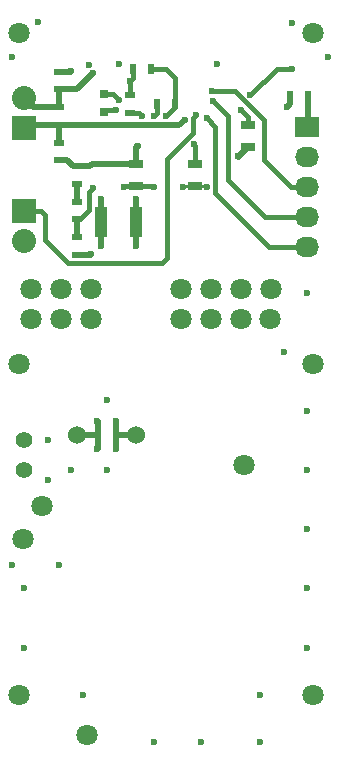
<source format=gbl>
G04 #@! TF.FileFunction,Copper,L4,Bot,Signal*
%FSLAX46Y46*%
G04 Gerber Fmt 4.6, Leading zero omitted, Abs format (unit mm)*
G04 Created by KiCad (PCBNEW 4.0.1-stable) date 2016/08/25 3:11:25*
%MOMM*%
G01*
G04 APERTURE LIST*
%ADD10C,0.100000*%
%ADD11C,1.800000*%
%ADD12R,0.900000X0.500000*%
%ADD13R,1.000000X2.500000*%
%ADD14C,1.524000*%
%ADD15R,1.300000X0.700000*%
%ADD16R,2.032000X1.727200*%
%ADD17O,2.032000X1.727200*%
%ADD18R,2.032000X2.032000*%
%ADD19O,2.032000X2.032000*%
%ADD20R,0.500000X0.900000*%
%ADD21C,1.400000*%
%ADD22R,0.750000X0.800000*%
%ADD23C,0.600000*%
%ADD24C,0.400000*%
%ADD25C,0.500000*%
%ADD26C,0.600000*%
%ADD27C,0.250000*%
G04 APERTURE END LIST*
D10*
D11*
X-10450000Y-12000000D03*
X-12049999Y-14771281D03*
X6661457Y-8526276D03*
X-6678123Y-31418100D03*
X-12450000Y28000000D03*
X12450000Y28000000D03*
X-12450000Y-28000000D03*
X12450000Y-28000000D03*
X12450000Y0D03*
X-12450000Y0D03*
D12*
X-9000000Y18750000D03*
X-9000000Y17250000D03*
D13*
X-2500000Y12000000D03*
X-5500000Y12000000D03*
D14*
X-2500000Y-6000000D03*
X-7500000Y-6000000D03*
D15*
X-2500000Y15050000D03*
X-2500000Y16950000D03*
X2500000Y15050000D03*
X2500000Y16950000D03*
X7000000Y18350000D03*
X7000000Y20250000D03*
D16*
X12000000Y20080000D03*
D17*
X12000000Y17540000D03*
X12000000Y15000000D03*
X12000000Y12460000D03*
X12000000Y9920000D03*
D18*
X-12000000Y13000000D03*
D19*
X-12000000Y10460000D03*
D18*
X-12000000Y20000000D03*
D19*
X-12000000Y22540000D03*
D11*
X8800000Y3810000D03*
X8890000Y6350000D03*
X6350000Y3810000D03*
X6350000Y6350000D03*
X3810000Y3810000D03*
X3800000Y6350000D03*
X1270000Y3810000D03*
X1270000Y6350000D03*
X-6350000Y3810000D03*
X-6350000Y6350000D03*
X-8890000Y6350000D03*
X-8890000Y3810000D03*
X-11430000Y6350000D03*
X-11430000Y3810000D03*
D20*
X12050000Y22700000D03*
X10550000Y22700000D03*
X-5750000Y-6000000D03*
X-4250000Y-6000000D03*
D12*
X-7500000Y9250000D03*
X-7500000Y10750000D03*
D20*
X750000Y22000000D03*
X-750000Y22000000D03*
D12*
X-3000000Y22750000D03*
X-3000000Y21250000D03*
X-7500000Y13750000D03*
X-7500000Y12250000D03*
X-7500000Y16750000D03*
X-7500000Y15250000D03*
D20*
X-2750000Y25000000D03*
X-1250000Y25000000D03*
D21*
X-12000000Y-9000000D03*
X-12000000Y-6460000D03*
D22*
X-5200000Y21350000D03*
X-5200000Y22850000D03*
D12*
X-9000000Y21750000D03*
X-9000000Y20250000D03*
X-9000000Y24750000D03*
X-9000000Y23250000D03*
D23*
X-10000000Y-9800000D03*
X-1000000Y-32000000D03*
X3000000Y-32000000D03*
X-5000000Y-3000000D03*
X-5000000Y-9000000D03*
X-8000000Y-9000000D03*
X-9000000Y-17000000D03*
X-13000000Y-17000000D03*
X-12000000Y-19000000D03*
X-12000000Y-24000000D03*
X-7000000Y-28000000D03*
X12000000Y6000000D03*
X10000000Y1000000D03*
X12000000Y-4000000D03*
X12000000Y-9000000D03*
X12000000Y-14000000D03*
X12000000Y-19000000D03*
X12000000Y-24000000D03*
X8000000Y-28000000D03*
X8000000Y-32000000D03*
X-13000000Y26000000D03*
X-10800000Y29000000D03*
X13700000Y26000000D03*
X10700000Y28900000D03*
X-4000000Y22400000D03*
X4300000Y25400000D03*
X-4000000Y25400000D03*
X-6515130Y25328539D03*
X-8000000Y24800000D03*
X-6300000Y9300000D03*
X-5500000Y10000000D03*
X-5500000Y14000000D03*
X6149990Y17600000D03*
X-4200000Y-7200000D03*
X-4200000Y-4800000D03*
X10300000Y21800000D03*
X-2500000Y10000000D03*
X-2500000Y14000000D03*
X3500000Y15000000D03*
X1500000Y15000000D03*
X-3500000Y15000000D03*
X-1000000Y15000000D03*
X-4200000Y21500000D03*
X-5800000Y-4800000D03*
X-5800000Y-7200000D03*
X-10000000Y-6400000D03*
X-7500000Y-6000000D03*
X-6200000Y14900000D03*
X2400000Y18600000D03*
X6388583Y21499990D03*
X3900000Y23100000D03*
X4000000Y22300000D03*
X3500000Y20800000D03*
X2600000Y21100000D03*
X1600000Y20700000D03*
X-6140413Y24621722D03*
X0Y21000000D03*
X-1000000Y21000000D03*
X-3000000Y24000000D03*
X-2000000Y21000000D03*
X10700000Y25000000D03*
X7157269Y22757269D03*
X-2350010Y18500000D03*
D24*
X-4499897Y22850000D02*
X-4450000Y22850000D01*
X-4450000Y22850000D02*
X-4000000Y22400000D01*
X-5200000Y22850000D02*
X-4499897Y22850000D01*
D25*
X-9000000Y24750000D02*
X-8050000Y24750000D01*
X-8050000Y24750000D02*
X-8000000Y24800000D01*
X-5500000Y12000000D02*
X-5500000Y10000000D01*
X-5500000Y12000000D02*
X-5500000Y14000000D01*
X-7500000Y9250000D02*
X-6350000Y9250000D01*
X-6350000Y9250000D02*
X-6300000Y9300000D01*
D26*
X7000000Y18350000D02*
X6899990Y18350000D01*
X6899990Y18350000D02*
X6149990Y17600000D01*
D25*
X-4250000Y-6000000D02*
X-4250000Y-7150000D01*
X-4250000Y-7150000D02*
X-4200000Y-7200000D01*
X-4250000Y-6000000D02*
X-4250000Y-4850000D01*
X-4250000Y-4850000D02*
X-4200000Y-4800000D01*
X10550000Y22700000D02*
X10550000Y22050000D01*
X10550000Y22050000D02*
X10300000Y21800000D01*
D27*
X2500000Y15050000D02*
X1550000Y15050000D01*
X1550000Y15050000D02*
X1500000Y15000000D01*
X2500000Y15050000D02*
X3450000Y15050000D01*
X3450000Y15050000D02*
X3500000Y15000000D01*
D25*
X-2500000Y12000000D02*
X-2500000Y14000000D01*
X-2500000Y10000000D02*
X-2500000Y12000000D01*
X-4250000Y-6000000D02*
X-2500000Y-6000000D01*
D24*
X-2500000Y15050000D02*
X-3450000Y15050000D01*
X-3450000Y15050000D02*
X-3500000Y15000000D01*
X-2500000Y15050000D02*
X-1050000Y15050000D01*
X-4200000Y21500000D02*
X-5050000Y21500000D01*
X-5050000Y21500000D02*
X-5200000Y21350000D01*
D25*
X-5750000Y-6000000D02*
X-5750000Y-4850000D01*
X-5750000Y-4850000D02*
X-5800000Y-4800000D01*
X-5750000Y-6000000D02*
X-5750000Y-7150000D01*
X-5750000Y-7150000D02*
X-5800000Y-7200000D01*
X-5750000Y-6000000D02*
X-7500000Y-6000000D01*
D24*
X-6200000Y14900000D02*
X-6500000Y14600000D01*
X-6500000Y14600000D02*
X-6500000Y13050000D01*
X-6500000Y13050000D02*
X-7300000Y12250000D01*
X-7300000Y12250000D02*
X-7500000Y12250000D01*
D25*
X-7500000Y12250000D02*
X-7500000Y10750000D01*
D24*
X2500000Y16950000D02*
X2500000Y18500000D01*
X2500000Y18500000D02*
X2400000Y18600000D01*
X7000000Y20250000D02*
X7000000Y20888573D01*
X7000000Y20888573D02*
X6388583Y21499990D01*
D25*
X12050000Y22700000D02*
X12050000Y20130000D01*
X12050000Y20130000D02*
X12000000Y20080000D01*
D24*
X12000000Y15000000D02*
X10584000Y15000000D01*
X10584000Y15000000D02*
X8300000Y17284000D01*
X8300000Y20624575D02*
X5824575Y23100000D01*
X8300000Y17284000D02*
X8300000Y20624575D01*
X5824575Y23100000D02*
X3900000Y23100000D01*
X4000000Y22300000D02*
X5299999Y21000001D01*
X5299999Y21000001D02*
X5299999Y15600001D01*
X5299999Y15600001D02*
X8440000Y12460000D01*
X8440000Y12460000D02*
X12000000Y12460000D01*
X3500000Y20800000D02*
X4200001Y20099999D01*
X4200001Y20099999D02*
X4200001Y14499999D01*
X4200001Y14499999D02*
X8780000Y9920000D01*
X8780000Y9920000D02*
X12000000Y9920000D01*
X12000000Y9920000D02*
X11847600Y9920000D01*
X2600000Y21100000D02*
X2300001Y20800001D01*
X2300001Y20800001D02*
X2300001Y19536003D01*
X-300001Y8599999D02*
X-8270001Y8599999D01*
X2300001Y19536003D02*
X100000Y17336002D01*
X100000Y17336002D02*
X100000Y9000000D01*
X100000Y9000000D02*
X-300001Y8599999D01*
X-10584000Y13000000D02*
X-12000000Y13000000D01*
X-8270001Y8599999D02*
X-10200000Y10529998D01*
X-10200000Y10529998D02*
X-10200000Y12616000D01*
X-10200000Y12616000D02*
X-10584000Y13000000D01*
D25*
X-9000000Y20250000D02*
X1149999Y20249999D01*
X1149999Y20249999D02*
X1600000Y20700000D01*
X-9000000Y20250000D02*
X-9000000Y18750000D01*
X-9000000Y20250000D02*
X-11750000Y20250000D01*
X-11750000Y20250000D02*
X-12000000Y20000000D01*
X-6140413Y24621722D02*
X-7512135Y23250000D01*
X-7512135Y23250000D02*
X-7671175Y23250000D01*
X-9000000Y23250000D02*
X-7671175Y23250000D01*
X-9000000Y21750000D02*
X-9000000Y23250000D01*
X-9000000Y21750000D02*
X-11210000Y21750000D01*
X-11210000Y21750000D02*
X-12000000Y22540000D01*
D27*
X750000Y22000000D02*
X750000Y21750000D01*
D24*
X750000Y21750000D02*
X0Y21000000D01*
X0Y25000000D02*
X750000Y24250000D01*
X750000Y24250000D02*
X750000Y22000000D01*
X-1250000Y25000000D02*
X0Y25000000D01*
X-750000Y22000000D02*
X-750000Y21250000D01*
X-750000Y21250000D02*
X-1000000Y21000000D01*
X-3000000Y24000000D02*
X-3000000Y22750000D01*
X-2750000Y25000000D02*
X-2750000Y24250000D01*
X-2750000Y24250000D02*
X-3000000Y24000000D01*
X-3000000Y21250000D02*
X-2250000Y21250000D01*
X-2250000Y21250000D02*
X-2000000Y21000000D01*
X7157269Y22757269D02*
X9400000Y25000000D01*
X9400000Y25000000D02*
X10700000Y25000000D01*
D25*
X-2500000Y16950000D02*
X-2500000Y18350010D01*
X-2500000Y18350010D02*
X-2350010Y18500000D01*
X-7500000Y16750000D02*
X-7850000Y16750000D01*
X-7850000Y16750000D02*
X-8350000Y17250000D01*
X-8350000Y17250000D02*
X-9000000Y17250000D01*
X-6250000Y16950000D02*
X-6450000Y16750000D01*
X-6450000Y16750000D02*
X-7500000Y16750000D01*
X-2500000Y16950000D02*
X-6250000Y16950000D01*
X-7500000Y15250000D02*
X-7500000Y13750000D01*
M02*

</source>
